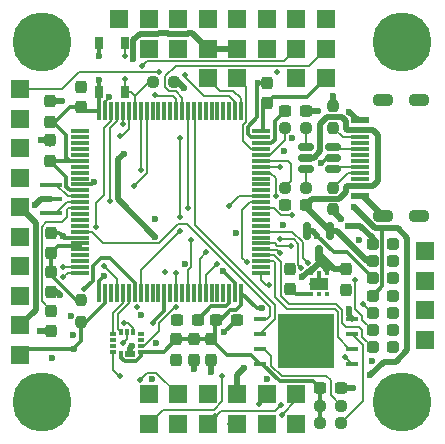
<source format=gbr>
%TF.GenerationSoftware,KiCad,Pcbnew,9.0.4*%
%TF.CreationDate,2025-11-28T22:46:10-05:00*%
%TF.ProjectId,STM32H743VIT6 FC,53544d33-3248-4373-9433-564954362046,rev?*%
%TF.SameCoordinates,Original*%
%TF.FileFunction,Copper,L1,Top*%
%TF.FilePolarity,Positive*%
%FSLAX46Y46*%
G04 Gerber Fmt 4.6, Leading zero omitted, Abs format (unit mm)*
G04 Created by KiCad (PCBNEW 9.0.4) date 2025-11-28 22:46:10*
%MOMM*%
%LPD*%
G01*
G04 APERTURE LIST*
G04 Aperture macros list*
%AMRoundRect*
0 Rectangle with rounded corners*
0 $1 Rounding radius*
0 $2 $3 $4 $5 $6 $7 $8 $9 X,Y pos of 4 corners*
0 Add a 4 corners polygon primitive as box body*
4,1,4,$2,$3,$4,$5,$6,$7,$8,$9,$2,$3,0*
0 Add four circle primitives for the rounded corners*
1,1,$1+$1,$2,$3*
1,1,$1+$1,$4,$5*
1,1,$1+$1,$6,$7*
1,1,$1+$1,$8,$9*
0 Add four rect primitives between the rounded corners*
20,1,$1+$1,$2,$3,$4,$5,0*
20,1,$1+$1,$4,$5,$6,$7,0*
20,1,$1+$1,$6,$7,$8,$9,0*
20,1,$1+$1,$8,$9,$2,$3,0*%
G04 Aperture macros list end*
%TA.AperFunction,SMDPad,CuDef*%
%ADD10RoundRect,0.250000X0.550000X-0.550000X0.550000X0.550000X-0.550000X0.550000X-0.550000X-0.550000X0*%
%TD*%
%TA.AperFunction,SMDPad,CuDef*%
%ADD11RoundRect,0.250000X-0.550000X0.550000X-0.550000X-0.550000X0.550000X-0.550000X0.550000X0.550000X0*%
%TD*%
%TA.AperFunction,SMDPad,CuDef*%
%ADD12RoundRect,0.250000X-0.550000X-0.550000X0.550000X-0.550000X0.550000X0.550000X-0.550000X0.550000X0*%
%TD*%
%TA.AperFunction,SMDPad,CuDef*%
%ADD13RoundRect,0.250000X0.550000X0.550000X-0.550000X0.550000X-0.550000X-0.550000X0.550000X-0.550000X0*%
%TD*%
%TA.AperFunction,SMDPad,CuDef*%
%ADD14RoundRect,0.237500X-0.250000X-0.237500X0.250000X-0.237500X0.250000X0.237500X-0.250000X0.237500X0*%
%TD*%
%TA.AperFunction,SMDPad,CuDef*%
%ADD15RoundRect,0.237500X-0.300000X-0.237500X0.300000X-0.237500X0.300000X0.237500X-0.300000X0.237500X0*%
%TD*%
%TA.AperFunction,ComponentPad*%
%ADD16C,4.700000*%
%TD*%
%TA.AperFunction,ConnectorPad*%
%ADD17C,5.000000*%
%TD*%
%TA.AperFunction,SMDPad,CuDef*%
%ADD18RoundRect,0.150000X0.512500X0.150000X-0.512500X0.150000X-0.512500X-0.150000X0.512500X-0.150000X0*%
%TD*%
%TA.AperFunction,SMDPad,CuDef*%
%ADD19RoundRect,0.237500X0.287500X0.237500X-0.287500X0.237500X-0.287500X-0.237500X0.287500X-0.237500X0*%
%TD*%
%TA.AperFunction,SMDPad,CuDef*%
%ADD20RoundRect,0.093750X0.106250X-0.093750X0.106250X0.093750X-0.106250X0.093750X-0.106250X-0.093750X0*%
%TD*%
%TA.AperFunction,HeatsinkPad*%
%ADD21C,0.500000*%
%TD*%
%TA.AperFunction,HeatsinkPad*%
%ADD22R,1.600000X1.000000*%
%TD*%
%TA.AperFunction,SMDPad,CuDef*%
%ADD23RoundRect,0.237500X0.237500X-0.300000X0.237500X0.300000X-0.237500X0.300000X-0.237500X-0.300000X0*%
%TD*%
%TA.AperFunction,SMDPad,CuDef*%
%ADD24RoundRect,0.237500X0.237500X-0.250000X0.237500X0.250000X-0.237500X0.250000X-0.237500X-0.250000X0*%
%TD*%
%TA.AperFunction,SMDPad,CuDef*%
%ADD25RoundRect,0.052500X0.417500X0.157500X-0.417500X0.157500X-0.417500X-0.157500X0.417500X-0.157500X0*%
%TD*%
%TA.AperFunction,SMDPad,CuDef*%
%ADD26R,4.700000X4.600000*%
%TD*%
%TA.AperFunction,SMDPad,CuDef*%
%ADD27R,1.550000X0.600000*%
%TD*%
%TA.AperFunction,SMDPad,CuDef*%
%ADD28R,1.550000X0.300000*%
%TD*%
%TA.AperFunction,ComponentPad*%
%ADD29O,1.800000X1.100000*%
%TD*%
%TA.AperFunction,SMDPad,CuDef*%
%ADD30RoundRect,0.237500X-0.237500X0.300000X-0.237500X-0.300000X0.237500X-0.300000X0.237500X0.300000X0*%
%TD*%
%TA.AperFunction,SMDPad,CuDef*%
%ADD31R,1.900000X0.400000*%
%TD*%
%TA.AperFunction,SMDPad,CuDef*%
%ADD32RoundRect,0.237500X0.300000X0.237500X-0.300000X0.237500X-0.300000X-0.237500X0.300000X-0.237500X0*%
%TD*%
%TA.AperFunction,SMDPad,CuDef*%
%ADD33RoundRect,0.087500X-0.207500X-0.087500X0.207500X-0.087500X0.207500X0.087500X-0.207500X0.087500X0*%
%TD*%
%TA.AperFunction,SMDPad,CuDef*%
%ADD34RoundRect,0.087500X-0.087500X-0.207500X0.087500X-0.207500X0.087500X0.207500X-0.087500X0.207500X0*%
%TD*%
%TA.AperFunction,SMDPad,CuDef*%
%ADD35R,0.650000X1.050000*%
%TD*%
%TA.AperFunction,SMDPad,CuDef*%
%ADD36RoundRect,0.237500X-0.237500X0.250000X-0.237500X-0.250000X0.237500X-0.250000X0.237500X0.250000X0*%
%TD*%
%TA.AperFunction,SMDPad,CuDef*%
%ADD37RoundRect,0.150000X-0.150000X0.587500X-0.150000X-0.587500X0.150000X-0.587500X0.150000X0.587500X0*%
%TD*%
%TA.AperFunction,SMDPad,CuDef*%
%ADD38RoundRect,0.075000X-0.725000X-0.075000X0.725000X-0.075000X0.725000X0.075000X-0.725000X0.075000X0*%
%TD*%
%TA.AperFunction,SMDPad,CuDef*%
%ADD39RoundRect,0.075000X-0.075000X-0.725000X0.075000X-0.725000X0.075000X0.725000X-0.075000X0.725000X0*%
%TD*%
%TA.AperFunction,ViaPad*%
%ADD40C,0.600000*%
%TD*%
%TA.AperFunction,ViaPad*%
%ADD41C,0.500000*%
%TD*%
%TA.AperFunction,Conductor*%
%ADD42C,0.500000*%
%TD*%
%TA.AperFunction,Conductor*%
%ADD43C,0.300000*%
%TD*%
%TA.AperFunction,Conductor*%
%ADD44C,0.200000*%
%TD*%
G04 APERTURE END LIST*
D10*
%TO.P,AVTX_J2,1,Pin_1*%
%TO.N,BEEPER*%
X148620000Y-109020000D03*
%TO.P,AVTX_J2,2,Pin_2*%
%TO.N,CAM*%
X148620000Y-111520000D03*
%TO.P,AVTX_J2,3,Pin_3*%
%TO.N,UART4_TX*%
X148620000Y-114020000D03*
%TO.P,AVTX_J2,4,Pin_4*%
%TO.N,UART4_RX*%
X148620000Y-116520000D03*
%TO.P,AVTX_J2,5,Pin_5*%
%TO.N,5V_REG*%
X148620000Y-119020000D03*
%TO.P,AVTX_J2,6,Pin_6*%
%TO.N,GND*%
X148620000Y-121520000D03*
%TD*%
D11*
%TO.P,OTHER_J2,1,Pin_1*%
%TO.N,3.3V*%
X148620000Y-131520000D03*
%TO.P,OTHER_J2,2,Pin_2*%
%TO.N,5V_REG*%
X148620000Y-129020000D03*
%TO.P,OTHER_J2,3,Pin_3*%
%TO.N,LED_STRIP*%
X148620000Y-126520000D03*
%TO.P,OTHER_J2,4,Pin_4*%
%TO.N,GND*%
X148620000Y-124020000D03*
%TD*%
D12*
%TO.P,GPS_J2,1,Pin_1*%
%TO.N,I2C1_SDA*%
X172000000Y-134876800D03*
%TO.P,GPS_J2,2,Pin_2*%
%TO.N,I2C1_SCL*%
X169500000Y-134876800D03*
%TO.P,GPS_J2,3,Pin_3*%
%TO.N,5V*%
X167000000Y-134876800D03*
%TO.P,GPS_J2,4,Pin_4*%
%TO.N,GND*%
X164500000Y-134876800D03*
%TO.P,GPS_J2,5,Pin_5*%
%TO.N,UART8_TX*%
X162000000Y-134876800D03*
%TO.P,GPS_J2,6,Pin_6*%
%TO.N,UART8_RX*%
X159500000Y-134876800D03*
%TD*%
%TO.P,VTX_J2,1,Pin_1*%
%TO.N,9V_REG*%
X172000000Y-137380000D03*
%TO.P,VTX_J2,2,Pin_2*%
%TO.N,GND*%
X169500000Y-137380000D03*
%TO.P,VTX_J2,3,Pin_3*%
%TO.N,UART3_TX*%
X167000000Y-137380000D03*
%TO.P,VTX_J2,4,Pin_4*%
%TO.N,UART3_RX*%
X164500000Y-137380000D03*
%TO.P,VTX_J2,5,Pin_5*%
%TO.N,GND*%
X162000000Y-137380000D03*
%TO.P,VTX_J2,6,Pin_6*%
%TO.N,UART5_RX*%
X159500000Y-137380000D03*
%TD*%
D11*
%TO.P,RX_J2,1,Pin_1*%
%TO.N,UART1_TX*%
X182880000Y-130270000D03*
%TO.P,RX_J2,2,Pin_2*%
%TO.N,UART1_RX*%
X182880000Y-127770000D03*
%TO.P,RX_J2,3,Pin_3*%
%TO.N,5V*%
X182880000Y-125270000D03*
%TO.P,RX_J2,4,Pin_4*%
%TO.N,GND*%
X182880000Y-122770000D03*
%TD*%
D13*
%TO.P,DEBUG_J2,1,Pin_1*%
%TO.N,SWCLK*%
X164508800Y-108102400D03*
%TO.P,DEBUG_J2,2,Pin_2*%
%TO.N,SWDIO*%
X167008800Y-108102400D03*
%TO.P,DEBUG_J2,3,Pin_3*%
%TO.N,GND*%
X172008800Y-108102400D03*
%TO.P,DEBUG_J2,4,Pin_4*%
%TO.N,3.3V*%
X174508800Y-108102400D03*
%TD*%
%TO.P,CAM_J2,1,Pin_1*%
%TO.N,CAM*%
X159500000Y-105620000D03*
%TO.P,CAM_J2,2,Pin_2*%
%TO.N,GND*%
X162000000Y-105620000D03*
%TO.P,CAM_J2,3,Pin_3*%
%TO.N,5V_REG*%
X164500000Y-105620000D03*
%TD*%
D12*
%TO.P,UART2_J2,3,Pin_3*%
%TO.N,5V_REG*%
X167000000Y-105620000D03*
%TO.P,UART2_J2,1,Pin_1*%
%TO.N,UART2_TX*%
X174500000Y-105620000D03*
%TO.P,UART2_J2,2,Pin_2*%
%TO.N,UART2_RX*%
X172000000Y-105620000D03*
%TO.P,UART2_J2,4,Pin_4*%
%TO.N,GND*%
X169500000Y-105620000D03*
%TD*%
D14*
%TO.P,MCU_R1,1*%
%TO.N,BOOT0*%
X159844100Y-108407200D03*
%TO.P,MCU_R1,2*%
%TO.N,GND*%
X161669100Y-108407200D03*
%TD*%
D15*
%TO.P,FLASH_C1,1*%
%TO.N,3.3V*%
X174041900Y-134366000D03*
%TO.P,FLASH_C1,2*%
%TO.N,GND*%
X175766900Y-134366000D03*
%TD*%
D14*
%TO.P,USB_R3,1*%
%TO.N,USB_D+*%
X171030000Y-112315400D03*
%TO.P,USB_R3,2*%
%TO.N,Net-(U2-I{slash}O2-Pad4)*%
X172855000Y-112315400D03*
%TD*%
D16*
%TO.P,H1,*%
%TO.N,*%
X150500000Y-105000000D03*
D17*
X150500000Y-105000000D03*
%TD*%
D18*
%TO.P,U2,1,I/O1*%
%TO.N,/DN*%
X175130000Y-115800000D03*
%TO.P,U2,2,GND*%
%TO.N,GND*%
X175130000Y-114850000D03*
%TO.P,U2,3,I/O2*%
%TO.N,/DP*%
X175130000Y-113900000D03*
%TO.P,U2,4,I/O2*%
%TO.N,Net-(U2-I{slash}O2-Pad4)*%
X172855000Y-113900000D03*
%TO.P,U2,5,VBUS*%
%TO.N,5V_USB*%
X172855000Y-114850000D03*
%TO.P,U2,6,I/O1*%
%TO.N,Net-(U2-I{slash}O1-Pad6)*%
X172855000Y-115800000D03*
%TD*%
D19*
%TO.P,5V_D1,1,K*%
%TO.N,Net-(5V_D1-K)*%
X180214200Y-125045200D03*
%TO.P,5V_D1,2,A*%
%TO.N,5V_REG*%
X178464200Y-125045200D03*
%TD*%
%TO.P,3V3_D1,1,K*%
%TO.N,Net-(3V3_D1-K)*%
X180214200Y-122125200D03*
%TO.P,3V3_D1,2,A*%
%TO.N,3.3V*%
X178464200Y-122125200D03*
%TD*%
D15*
%TO.P,USB_C1,1*%
%TO.N,GND*%
X171080000Y-118820000D03*
%TO.P,USB_C1,2*%
%TO.N,5V_USB*%
X172805000Y-118820000D03*
%TD*%
D20*
%TO.P,U_3V1,1,OUT*%
%TO.N,3.3V*%
X173274200Y-126412800D03*
%TO.P,U_3V1,2,NC*%
%TO.N,unconnected-(U_3V1-NC-Pad2)*%
X173924200Y-126412800D03*
%TO.P,U_3V1,3,PG*%
%TO.N,unconnected-(U_3V1-PG-Pad3)*%
X174574200Y-126412800D03*
%TO.P,U_3V1,4,EN*%
%TO.N,5V*%
X174574200Y-124637800D03*
%TO.P,U_3V1,5,GND*%
%TO.N,GND*%
X173924200Y-124637800D03*
%TO.P,U_3V1,6,IN*%
%TO.N,5V*%
X173274200Y-124637800D03*
D21*
%TO.P,U_3V1,7,EP*%
%TO.N,GND*%
X173374200Y-125525300D03*
D22*
X173924200Y-125525300D03*
D21*
X174474200Y-125525300D03*
%TD*%
D23*
%TO.P,MCU_C3,1*%
%TO.N,3.3V*%
X153820000Y-110560000D03*
%TO.P,MCU_C3,2*%
%TO.N,GND*%
X153820000Y-108835000D03*
%TD*%
D19*
%TO.P,MCU_D1,1,K*%
%TO.N,Net-(MCU_D1-K)*%
X180214200Y-130885200D03*
%TO.P,MCU_D1,2,A*%
%TO.N,LED0*%
X178464200Y-130885200D03*
%TD*%
%TO.P,MCU_D3,1,K*%
%TO.N,Net-(MCU_D3-K)*%
X180214200Y-127965200D03*
%TO.P,MCU_D3,2,A*%
%TO.N,LED2*%
X178464200Y-127965200D03*
%TD*%
%TO.P,9V_D1,1,K*%
%TO.N,Net-(9V_D1-K)*%
X180214200Y-126505200D03*
%TO.P,9V_D1,2,A*%
%TO.N,9V_REG*%
X178464200Y-126505200D03*
%TD*%
D24*
%TO.P,USB_R1,1*%
%TO.N,GND*%
X175130000Y-119197900D03*
%TO.P,USB_R1,2*%
%TO.N,Net-(J1-CC1)*%
X175130000Y-117372900D03*
%TD*%
D16*
%TO.P,H3,*%
%TO.N,*%
X150500000Y-135500000D03*
D17*
%TO.P,H3,1*%
%TO.N,N/C*%
X150500000Y-135500000D03*
%TD*%
D15*
%TO.P,MCU_C14,1*%
%TO.N,Net-(MCU_C14-Pad1)*%
X171080000Y-110850000D03*
%TO.P,MCU_C14,2*%
%TO.N,GND*%
X172805000Y-110850000D03*
%TD*%
D23*
%TO.P,MCU_C6,1*%
%TO.N,3.3V*%
X151173630Y-115098630D03*
%TO.P,MCU_C6,2*%
%TO.N,GND*%
X151173630Y-113373630D03*
%TD*%
D25*
%TO.P,U_FLASH1,1,/CS*%
%TO.N,SPI2_NSS*%
X176750800Y-132283200D03*
%TO.P,U_FLASH1,2,DO(IO1)*%
%TO.N,SPI2_MISO*%
X176750800Y-131013200D03*
%TO.P,U_FLASH1,3,/WP(IO2)*%
%TO.N,Net-(U_FLASH1-{slash}WP(IO2))*%
X176750800Y-129743200D03*
%TO.P,U_FLASH1,4,GND*%
%TO.N,GND*%
X176750800Y-128473200D03*
%TO.P,U_FLASH1,5,DI(IO0)*%
%TO.N,SPI2_MOSI*%
X168960800Y-128473200D03*
%TO.P,U_FLASH1,6,CLK*%
%TO.N,SPI2_SCK*%
X168960800Y-129743200D03*
%TO.P,U_FLASH1,7,/HOLD(IO3)*%
%TO.N,Net-(U_FLASH1-{slash}HOLD(IO3))*%
X168960800Y-131013200D03*
%TO.P,U_FLASH1,8,VCC*%
%TO.N,3.3V*%
X168960800Y-132283200D03*
D26*
%TO.P,U_FLASH1,9*%
%TO.N,GND*%
X172855800Y-130378200D03*
%TD*%
D27*
%TO.P,J1,A1/B12,GND_A*%
%TO.N,GND*%
X177397000Y-118058800D03*
%TO.P,J1,A4/B9,VBUS_A*%
%TO.N,5V_USB*%
X177397000Y-117258800D03*
D28*
%TO.P,J1,A5,CC1*%
%TO.N,Net-(J1-CC1)*%
X177397000Y-116108800D03*
%TO.P,J1,A6,DP1*%
%TO.N,unconnected-(J1-DP1-PadA6)*%
X177397000Y-115108800D03*
%TO.P,J1,A7,DN1*%
%TO.N,unconnected-(J1-DN1-PadA7)*%
X177397000Y-114608800D03*
%TO.P,J1,A8,SBU1*%
%TO.N,unconnected-(J1-SBU1-PadA8)*%
X177397000Y-113608800D03*
D27*
%TO.P,J1,B1/A12,GND_B*%
%TO.N,GND*%
X177397000Y-111658800D03*
%TO.P,J1,B4/A9,VBUS_B*%
%TO.N,5V_USB*%
X177397000Y-112458800D03*
D28*
%TO.P,J1,B5,CC2*%
%TO.N,Net-(J1-CC2)*%
X177397000Y-113108800D03*
%TO.P,J1,B6,DP2*%
%TO.N,/DP*%
X177397000Y-114108800D03*
%TO.P,J1,B7,DN2*%
%TO.N,/DN*%
X177397000Y-115608800D03*
%TO.P,J1,B8,SBU2*%
%TO.N,unconnected-(J1-SBU2-PadB8)*%
X177397000Y-116608800D03*
D29*
%TO.P,J1,SH1,SHELL_GND*%
%TO.N,GND*%
X182372000Y-119753800D03*
%TO.P,J1,SH2,SHELL_GND*%
X182372000Y-109963800D03*
%TO.P,J1,SH3,SHELL_GND*%
X179372000Y-119753800D03*
%TO.P,J1,SH4,SHELL_GND*%
X179372000Y-109963800D03*
%TD*%
D30*
%TO.P,IMU_C1,1*%
%TO.N,3.3V*%
X163310955Y-130222902D03*
%TO.P,IMU_C1,2*%
%TO.N,GND*%
X163310955Y-131947902D03*
%TD*%
%TO.P,MCU_C11,1*%
%TO.N,Net-(U_STM32-NRST)*%
X151240000Y-127780000D03*
%TO.P,MCU_C11,2*%
%TO.N,GND*%
X151240000Y-129505000D03*
%TD*%
D16*
%TO.P,,*%
%TO.N,*%
X181000000Y-135500000D03*
%TD*%
D31*
%TO.P,Y_MCU1,1*%
%TO.N,Net-(U_STM32-PH0)*%
X151240000Y-117160000D03*
%TO.P,Y_MCU1,2*%
%TO.N,GND*%
X151240000Y-118360000D03*
%TO.P,Y_MCU1,3*%
%TO.N,Net-(U_STM32-PH1)*%
X151240000Y-119560000D03*
%TD*%
D32*
%TO.P,MCU_C13,1*%
%TO.N,Net-(MCU_C13-Pad1)*%
X163650600Y-128540000D03*
%TO.P,MCU_C13,2*%
%TO.N,GND*%
X161925600Y-128540000D03*
%TD*%
D19*
%TO.P,USB_D1,1,K*%
%TO.N,Net-(USB_D1-K)*%
X180214200Y-123585200D03*
%TO.P,USB_D1,2,A*%
%TO.N,5V_USB*%
X178464200Y-123585200D03*
%TD*%
D15*
%TO.P,MCU_C5,1*%
%TO.N,3.3V*%
X165228100Y-128540000D03*
%TO.P,MCU_C5,2*%
%TO.N,GND*%
X166953100Y-128540000D03*
%TD*%
D23*
%TO.P,MCU_C1,1*%
%TO.N,3.3V*%
X151173630Y-111786130D03*
%TO.P,MCU_C1,2*%
%TO.N,GND*%
X151173630Y-110061130D03*
%TD*%
D16*
%TO.P,H2,*%
%TO.N,*%
X181000000Y-105000000D03*
D17*
%TO.P,H2,1*%
%TO.N,N/C*%
X181000000Y-105000000D03*
%TD*%
D30*
%TO.P,IMU_C3,1*%
%TO.N,3.3V*%
X161837755Y-130222902D03*
%TO.P,IMU_C3,2*%
%TO.N,GND*%
X161837755Y-131947902D03*
%TD*%
D33*
%TO.P,U_IMU1,1,AP_SDO/AP_AD0*%
%TO.N,GYRO_MISO*%
X156527500Y-129755200D03*
%TO.P,U_IMU1,2,RESV_2*%
%TO.N,unconnected-(U_IMU1-RESV_2-Pad2)*%
X156527500Y-130255200D03*
%TO.P,U_IMU1,3,RESV_3*%
%TO.N,unconnected-(U_IMU1-RESV_3-Pad3)*%
X156527500Y-130755200D03*
%TO.P,U_IMU1,4,INT1/INT*%
%TO.N,GYRO_INT1*%
X156527500Y-131255200D03*
D34*
%TO.P,U_IMU1,5,VDDIO*%
%TO.N,3.3V*%
X157192500Y-131420200D03*
%TO.P,U_IMU1,6,GND*%
%TO.N,GND*%
X157692500Y-131420200D03*
%TO.P,U_IMU1,7,RESV_7*%
X158192500Y-131420200D03*
D33*
%TO.P,U_IMU1,8,VDD*%
%TO.N,3.3V*%
X158857500Y-131255200D03*
%TO.P,U_IMU1,9,INT2/FSYNC/CLKIN*%
%TO.N,GYRO_CLKIN*%
X158857500Y-130755200D03*
%TO.P,U_IMU1,10,RESV_10*%
%TO.N,unconnected-(U_IMU1-RESV_10-Pad10)*%
X158857500Y-130255200D03*
%TO.P,U_IMU1,11,RESV_11*%
%TO.N,unconnected-(U_IMU1-RESV_11-Pad11)*%
X158857500Y-129755200D03*
D34*
%TO.P,U_IMU1,12,AP_CS*%
%TO.N,GYRO_CS*%
X158192500Y-129590200D03*
%TO.P,U_IMU1,13,AP_SCL/AP_SCLK*%
%TO.N,GYRO_SCK*%
X157692500Y-129590200D03*
%TO.P,U_IMU1,14,AP_SDA/AP_SDIO/AP_SDI*%
%TO.N,GYRO_MOSI*%
X157192500Y-129590200D03*
%TD*%
D23*
%TO.P,3V3_C2,1*%
%TO.N,3.3V*%
X171450000Y-125962500D03*
%TO.P,3V3_C2,2*%
%TO.N,GND*%
X171450000Y-124237500D03*
%TD*%
D24*
%TO.P,USB_R2,1*%
%TO.N,Net-(J1-CC2)*%
X175130000Y-112307900D03*
%TO.P,USB_R2,2*%
%TO.N,GND*%
X175130000Y-110482900D03*
%TD*%
D16*
%TO.P,H4,*%
%TO.N,*%
X181000000Y-135500000D03*
D17*
%TO.P,H4,1*%
%TO.N,N/C*%
X181000000Y-135500000D03*
%TD*%
D30*
%TO.P,IMU_C2,1*%
%TO.N,3.3V*%
X164784155Y-130222902D03*
%TO.P,IMU_C2,2*%
%TO.N,GND*%
X164784155Y-131947902D03*
%TD*%
D23*
%TO.P,MCU_C9,1*%
%TO.N,3.3VA*%
X151240000Y-122912500D03*
%TO.P,MCU_C9,2*%
%TO.N,GND*%
X151240000Y-121187500D03*
%TD*%
D35*
%TO.P,SW2,1,1*%
%TO.N,BOOT0*%
X157480000Y-105150000D03*
X157480000Y-109300000D03*
%TO.P,SW2,2,2*%
%TO.N,3.3V*%
X155330000Y-105150000D03*
X155330000Y-109300000D03*
%TD*%
D14*
%TO.P,FLASH_R1,1*%
%TO.N,3.3V*%
X173991900Y-135824800D03*
%TO.P,FLASH_R1,2*%
%TO.N,Net-(U_FLASH1-{slash}HOLD(IO3))*%
X175816900Y-135824800D03*
%TD*%
D23*
%TO.P,3v3_C1,1*%
%TO.N,GND*%
X176199800Y-126008300D03*
%TO.P,3v3_C1,2*%
%TO.N,5V*%
X176199800Y-124283300D03*
%TD*%
D36*
%TO.P,FB1,1*%
%TO.N,3.3VA*%
X153800000Y-126887500D03*
%TO.P,FB1,2*%
%TO.N,3.3V*%
X153800000Y-128712500D03*
%TD*%
D14*
%TO.P,USB_R4,1*%
%TO.N,USB_D-*%
X171030000Y-117365400D03*
%TO.P,USB_R4,2*%
%TO.N,Net-(U2-I{slash}O1-Pad6)*%
X172855000Y-117365400D03*
%TD*%
%TO.P,FLASH_R2,1*%
%TO.N,3.3V*%
X173991900Y-137287000D03*
%TO.P,FLASH_R2,2*%
%TO.N,Net-(U_FLASH1-{slash}WP(IO2))*%
X175816900Y-137287000D03*
%TD*%
D19*
%TO.P,MCU_D2,1,K*%
%TO.N,Net-(MCU_D2-K)*%
X180214200Y-129425200D03*
%TO.P,MCU_D2,2,A*%
%TO.N,LED1*%
X178464200Y-129425200D03*
%TD*%
D23*
%TO.P,MCU_C4,1*%
%TO.N,3.3V*%
X169494200Y-110209500D03*
%TO.P,MCU_C4,2*%
%TO.N,GND*%
X169494200Y-108484500D03*
%TD*%
D37*
%TO.P,D0,1*%
%TO.N,5V_USB*%
X174855000Y-121081800D03*
%TO.P,D0,2*%
%TO.N,5V_REG*%
X172955000Y-121081800D03*
%TO.P,D0,3*%
%TO.N,5V*%
X173905000Y-122956800D03*
%TD*%
D38*
%TO.P,U_STM32,1,PE2*%
%TO.N,unconnected-(U_STM32-PE2-Pad1)*%
X153660000Y-112600000D03*
%TO.P,U_STM32,2,PE3*%
%TO.N,unconnected-(U_STM32-PE3-Pad2)*%
X153660000Y-113100000D03*
%TO.P,U_STM32,3,PE4*%
%TO.N,unconnected-(U_STM32-PE4-Pad3)*%
X153660000Y-113600000D03*
%TO.P,U_STM32,4,PE5*%
%TO.N,unconnected-(U_STM32-PE5-Pad4)*%
X153660000Y-114100000D03*
%TO.P,U_STM32,5,PE6*%
%TO.N,unconnected-(U_STM32-PE6-Pad5)*%
X153660000Y-114600000D03*
%TO.P,U_STM32,6,VBAT*%
%TO.N,3.3V*%
X153660000Y-115100000D03*
%TO.P,U_STM32,7,PC13*%
%TO.N,unconnected-(U_STM32-PC13-Pad7)*%
X153660000Y-115600000D03*
%TO.P,U_STM32,8,PC14*%
%TO.N,unconnected-(U_STM32-PC14-Pad8)*%
X153660000Y-116100000D03*
%TO.P,U_STM32,9,PC15*%
%TO.N,unconnected-(U_STM32-PC15-Pad9)*%
X153660000Y-116600000D03*
%TO.P,U_STM32,10,VSS*%
%TO.N,GND*%
X153660000Y-117100000D03*
%TO.P,U_STM32,11,VDD*%
%TO.N,3.3V*%
X153660000Y-117600000D03*
%TO.P,U_STM32,12,PH0*%
%TO.N,Net-(U_STM32-PH0)*%
X153660000Y-118100000D03*
%TO.P,U_STM32,13,PH1*%
%TO.N,Net-(U_STM32-PH1)*%
X153660000Y-118600000D03*
%TO.P,U_STM32,14,NRST*%
%TO.N,Net-(U_STM32-NRST)*%
X153660000Y-119100000D03*
%TO.P,U_STM32,15,PC0*%
%TO.N,unconnected-(U_STM32-PC0-Pad15)*%
X153660000Y-119600000D03*
%TO.P,U_STM32,16,PC1*%
%TO.N,unconnected-(U_STM32-PC1-Pad16)*%
X153660000Y-120100000D03*
%TO.P,U_STM32,17,PC2_C*%
%TO.N,unconnected-(U_STM32-PC2_C-Pad17)*%
X153660000Y-120600000D03*
%TO.P,U_STM32,18,PC3_C*%
%TO.N,SPI2_MOSI*%
X153660000Y-121100000D03*
%TO.P,U_STM32,19,VSSA*%
%TO.N,GND*%
X153660000Y-121600000D03*
%TO.P,U_STM32,20,VREF+*%
%TO.N,3.3VA*%
X153660000Y-122100000D03*
%TO.P,U_STM32,21,VDDA*%
X153660000Y-122600000D03*
%TO.P,U_STM32,22,PA0*%
%TO.N,unconnected-(U_STM32-PA0-Pad22)*%
X153660000Y-123100000D03*
%TO.P,U_STM32,23,PA1*%
%TO.N,unconnected-(U_STM32-PA1-Pad23)*%
X153660000Y-123600000D03*
%TO.P,U_STM32,24,PA2*%
%TO.N,LED_STRIP*%
X153660000Y-124100000D03*
%TO.P,U_STM32,25,PA3*%
%TO.N,GYRO_CS*%
X153660000Y-124600000D03*
D39*
%TO.P,U_STM32,26,VSS*%
%TO.N,GND*%
X155335000Y-126275000D03*
%TO.P,U_STM32,27,VDD*%
%TO.N,3.3V*%
X155835000Y-126275000D03*
%TO.P,U_STM32,28,PA4*%
%TO.N,unconnected-(U_STM32-PA4-Pad28)*%
X156335000Y-126275000D03*
%TO.P,U_STM32,29,PA5*%
%TO.N,GYRO_SCK*%
X156835000Y-126275000D03*
%TO.P,U_STM32,30,PA6*%
%TO.N,GYRO_MISO*%
X157335000Y-126275000D03*
%TO.P,U_STM32,31,PA7*%
%TO.N,GYRO_MOSI*%
X157835000Y-126275000D03*
%TO.P,U_STM32,32,PC4*%
%TO.N,ADC_VBAT*%
X158335000Y-126275000D03*
%TO.P,U_STM32,33,PC5*%
%TO.N,ADC_CURR*%
X158835000Y-126275000D03*
%TO.P,U_STM32,34,PB0*%
%TO.N,unconnected-(U_STM32-PB0-Pad34)*%
X159335000Y-126275000D03*
%TO.P,U_STM32,35,PB1*%
%TO.N,unconnected-(U_STM32-PB1-Pad35)*%
X159835000Y-126275000D03*
%TO.P,U_STM32,36,PB2*%
%TO.N,unconnected-(U_STM32-PB2-Pad36)*%
X160335000Y-126275000D03*
%TO.P,U_STM32,37,PE7*%
%TO.N,UART7_RX*%
X160835000Y-126275000D03*
%TO.P,U_STM32,38,PE8*%
%TO.N,unconnected-(U_STM32-PE8-Pad38)*%
X161335000Y-126275000D03*
%TO.P,U_STM32,39,PE9*%
%TO.N,MOTOR1*%
X161835000Y-126275000D03*
%TO.P,U_STM32,40,PE10*%
%TO.N,unconnected-(U_STM32-PE10-Pad40)*%
X162335000Y-126275000D03*
%TO.P,U_STM32,41,PE11*%
%TO.N,MOTOR2*%
X162835000Y-126275000D03*
%TO.P,U_STM32,42,PE12*%
%TO.N,unconnected-(U_STM32-PE12-Pad42)*%
X163335000Y-126275000D03*
%TO.P,U_STM32,43,PE13*%
%TO.N,MOTOR3*%
X163835000Y-126275000D03*
%TO.P,U_STM32,44,PE14*%
%TO.N,MOTOR4*%
X164335000Y-126275000D03*
%TO.P,U_STM32,45,PE15*%
%TO.N,unconnected-(U_STM32-PE15-Pad45)*%
X164835000Y-126275000D03*
%TO.P,U_STM32,46,PB10*%
%TO.N,unconnected-(U_STM32-PB10-Pad46)*%
X165335000Y-126275000D03*
%TO.P,U_STM32,47,PB11*%
%TO.N,unconnected-(U_STM32-PB11-Pad47)*%
X165835000Y-126275000D03*
%TO.P,U_STM32,48,VCAP*%
%TO.N,Net-(MCU_C13-Pad1)*%
X166335000Y-126275000D03*
%TO.P,U_STM32,49,VSS*%
%TO.N,GND*%
X166835000Y-126275000D03*
%TO.P,U_STM32,50,VDD*%
%TO.N,3.3V*%
X167335000Y-126275000D03*
D38*
%TO.P,U_STM32,51,PB12*%
%TO.N,UART5_RX*%
X169010000Y-124600000D03*
%TO.P,U_STM32,52,PB13*%
%TO.N,unconnected-(U_STM32-PB13-Pad52)*%
X169010000Y-124100000D03*
%TO.P,U_STM32,53,PB14*%
%TO.N,SPI2_MISO*%
X169010000Y-123600000D03*
%TO.P,U_STM32,54,PB15*%
%TO.N,LED0*%
X169010000Y-123100000D03*
%TO.P,U_STM32,55,PD8*%
%TO.N,UART3_TX*%
X169010000Y-122600000D03*
%TO.P,U_STM32,56,PD9*%
%TO.N,UART3_RX*%
X169010000Y-122100000D03*
%TO.P,U_STM32,57,PD10*%
%TO.N,unconnected-(U_STM32-PD10-Pad57)*%
X169010000Y-121600000D03*
%TO.P,U_STM32,58,PD11*%
%TO.N,LED1*%
X169010000Y-121100000D03*
%TO.P,U_STM32,59,PD12*%
%TO.N,unconnected-(U_STM32-PD12-Pad59)*%
X169010000Y-120600000D03*
%TO.P,U_STM32,60,PD13*%
%TO.N,unconnected-(U_STM32-PD13-Pad60)*%
X169010000Y-120100000D03*
%TO.P,U_STM32,61,PD14*%
%TO.N,unconnected-(U_STM32-PD14-Pad61)*%
X169010000Y-119600000D03*
%TO.P,U_STM32,62,PD15*%
%TO.N,LED2*%
X169010000Y-119100000D03*
%TO.P,U_STM32,63,PC6*%
%TO.N,GYRO_INT1*%
X169010000Y-118600000D03*
%TO.P,U_STM32,64,PC7*%
%TO.N,GYRO_CLKIN*%
X169010000Y-118100000D03*
%TO.P,U_STM32,65,PC8*%
%TO.N,unconnected-(U_STM32-PC8-Pad65)*%
X169010000Y-117600000D03*
%TO.P,U_STM32,66,PC9*%
%TO.N,unconnected-(U_STM32-PC9-Pad66)*%
X169010000Y-117100000D03*
%TO.P,U_STM32,67,PA8*%
%TO.N,unconnected-(U_STM32-PA8-Pad67)*%
X169010000Y-116600000D03*
%TO.P,U_STM32,68,PA9*%
%TO.N,UART1_TX*%
X169010000Y-116100000D03*
%TO.P,U_STM32,69,PA10*%
%TO.N,UART1_RX*%
X169010000Y-115600000D03*
%TO.P,U_STM32,70,PA11*%
%TO.N,USB_D-*%
X169010000Y-115100000D03*
%TO.P,U_STM32,71,PA12*%
%TO.N,USB_D+*%
X169010000Y-114600000D03*
%TO.P,U_STM32,72,PA13*%
%TO.N,SWDIO*%
X169010000Y-114100000D03*
%TO.P,U_STM32,73,VCAP*%
%TO.N,Net-(MCU_C14-Pad1)*%
X169010000Y-113600000D03*
%TO.P,U_STM32,74,VSS*%
%TO.N,GND*%
X169010000Y-113100000D03*
%TO.P,U_STM32,75,VDD*%
%TO.N,3.3V*%
X169010000Y-112600000D03*
D39*
%TO.P,U_STM32,76,PA14*%
%TO.N,SWCLK*%
X167335000Y-110925000D03*
%TO.P,U_STM32,77,PA15*%
%TO.N,BEEPER*%
X166835000Y-110925000D03*
%TO.P,U_STM32,78,PC10*%
%TO.N,unconnected-(U_STM32-PC10-Pad78)*%
X166335000Y-110925000D03*
%TO.P,U_STM32,79,PC11*%
%TO.N,unconnected-(U_STM32-PC11-Pad79)*%
X165835000Y-110925000D03*
%TO.P,U_STM32,80,PC12*%
%TO.N,unconnected-(U_STM32-PC12-Pad80)*%
X165335000Y-110925000D03*
%TO.P,U_STM32,81,PD0*%
%TO.N,unconnected-(U_STM32-PD0-Pad81)*%
X164835000Y-110925000D03*
%TO.P,U_STM32,82,PD1*%
%TO.N,unconnected-(U_STM32-PD1-Pad82)*%
X164335000Y-110925000D03*
%TO.P,U_STM32,83,PD2*%
%TO.N,unconnected-(U_STM32-PD2-Pad83)*%
X163835000Y-110925000D03*
%TO.P,U_STM32,84,PD3*%
%TO.N,SPI2_SCK*%
X163335000Y-110925000D03*
%TO.P,U_STM32,85,PD4*%
%TO.N,SPI2_NSS*%
X162835000Y-110925000D03*
%TO.P,U_STM32,86,PD5*%
%TO.N,UART2_TX*%
X162335000Y-110925000D03*
%TO.P,U_STM32,87,PD6*%
%TO.N,UART2_RX*%
X161835000Y-110925000D03*
%TO.P,U_STM32,88,PD7*%
%TO.N,unconnected-(U_STM32-PD7-Pad88)*%
X161335000Y-110925000D03*
%TO.P,U_STM32,89,PB3*%
%TO.N,unconnected-(U_STM32-PB3-Pad89)*%
X160835000Y-110925000D03*
%TO.P,U_STM32,90,PB4*%
%TO.N,unconnected-(U_STM32-PB4-Pad90)*%
X160335000Y-110925000D03*
%TO.P,U_STM32,91,PB5*%
%TO.N,unconnected-(U_STM32-PB5-Pad91)*%
X159835000Y-110925000D03*
%TO.P,U_STM32,92,PB6*%
%TO.N,I2C1_SCL*%
X159335000Y-110925000D03*
%TO.P,U_STM32,93,PB7*%
%TO.N,I2C1_SDA*%
X158835000Y-110925000D03*
%TO.P,U_STM32,94,BOOT0*%
%TO.N,BOOT0*%
X158335000Y-110925000D03*
%TO.P,U_STM32,95,PB8*%
%TO.N,UART4_RX*%
X157835000Y-110925000D03*
%TO.P,U_STM32,96,PB9*%
%TO.N,UART4_TX*%
X157335000Y-110925000D03*
%TO.P,U_STM32,97,PE0*%
%TO.N,UART8_RX*%
X156835000Y-110925000D03*
%TO.P,U_STM32,98,PE1*%
%TO.N,UART8_TX*%
X156335000Y-110925000D03*
%TO.P,U_STM32,99,VSS*%
%TO.N,GND*%
X155835000Y-110925000D03*
%TO.P,U_STM32,100,VDD*%
%TO.N,3.3V*%
X155335000Y-110925000D03*
%TD*%
D30*
%TO.P,MCU_C10,1*%
%TO.N,3.3VA*%
X151240000Y-124480000D03*
%TO.P,MCU_C10,2*%
%TO.N,GND*%
X151240000Y-126205000D03*
%TD*%
D13*
%TO.P,ESC_J2,1,Pin_1*%
%TO.N,GND*%
X157000000Y-103124000D03*
%TO.P,ESC_J2,2,Pin_2*%
%TO.N,BAT*%
X159500000Y-103124000D03*
%TO.P,ESC_J2,3,Pin_3*%
%TO.N,MOTOR1*%
X162000000Y-103124000D03*
%TO.P,ESC_J2,4,Pin_4*%
%TO.N,MOTOR2*%
X164500000Y-103124000D03*
%TO.P,ESC_J2,5,Pin_5*%
%TO.N,MOTOR3*%
X167000000Y-103124000D03*
%TO.P,ESC_J2,6,Pin_6*%
%TO.N,MOTOR4*%
X169500000Y-103124000D03*
%TO.P,ESC_J2,7,Pin_7*%
%TO.N,ADC_CURR*%
X172000000Y-103124000D03*
%TO.P,ESC_J2,8,Pin_8*%
%TO.N,UART7_RX*%
X174500000Y-103124000D03*
%TD*%
D40*
%TO.N,GND*%
X150400000Y-113300000D03*
D41*
%TO.N,UART3_TX*%
X170599199Y-122867419D03*
X166369998Y-137380000D03*
%TO.N,UART5_RX*%
X165750000Y-133300000D03*
X159500000Y-137380000D03*
X169710000Y-125650000D03*
%TO.N,UART3_RX*%
X171589109Y-122270891D03*
X170730000Y-135750421D03*
X165119111Y-136740498D03*
%TO.N,GYRO_CLKIN*%
X161783500Y-127485000D03*
X166319200Y-118922800D03*
%TO.N,GYRO_INT1*%
X157059998Y-133282000D03*
X167800000Y-123661795D03*
%TO.N,GYRO_CS*%
X152286000Y-124970000D03*
X157460000Y-128810000D03*
%TO.N,GYRO_SCK*%
X155751000Y-124020000D03*
X157363687Y-130488928D03*
%TO.N,SPI2_NSS*%
X162830000Y-119065800D03*
X176150000Y-131680000D03*
X170636566Y-121750000D03*
X172385897Y-124145016D03*
%TO.N,Net-(USB_D1-K)*%
X180214200Y-123585200D03*
%TO.N,UART2_TX*%
X174500000Y-105620000D03*
%TO.N,UART2_RX*%
X158963053Y-107100000D03*
X160040000Y-109530000D03*
X172000000Y-105620000D03*
%TO.N,UART1_RX*%
X170653905Y-115663856D03*
X182880000Y-127770000D03*
%TO.N,UART1_TX*%
X182880000Y-130270000D03*
X170270359Y-118085701D03*
%TO.N,LED_STRIP*%
X148620000Y-126520000D03*
X152240000Y-124099999D03*
%TO.N,BEEPER*%
X162572506Y-107815583D03*
X148620000Y-109020000D03*
X160403990Y-107598252D03*
%TO.N,LED2*%
X171625000Y-119700000D03*
X177685288Y-127187946D03*
%TO.N,LED1*%
X177000000Y-125175000D03*
X172962748Y-123731076D03*
%TO.N,UART8_TX*%
X158779001Y-133636903D03*
X155040444Y-120729474D03*
%TO.N,UART8_RX*%
X156200000Y-118500000D03*
X159500000Y-135100000D03*
%TO.N,MOTOR2*%
X163121000Y-121793000D03*
X164500000Y-103124000D03*
%TO.N,MOTOR1*%
X162010002Y-103124000D03*
X161835000Y-124567497D03*
%TO.N,UART7_RX*%
X170400000Y-107602000D03*
X174500000Y-103124000D03*
X159840000Y-128860000D03*
%TO.N,ADC_CURR*%
X162153600Y-113202600D03*
X162153600Y-119837200D03*
X162164625Y-121016625D03*
X172000000Y-103124000D03*
%TO.N,MOTOR4*%
X165275625Y-123825625D03*
X169362000Y-103262000D03*
%TO.N,MOTOR3*%
X164388800Y-122859800D03*
X167000000Y-103124000D03*
%TO.N,I2C1_SCL*%
X168826260Y-135690000D03*
X158231394Y-117231394D03*
%TO.N,I2C1_SDA*%
X172009769Y-135100002D03*
X158851000Y-115850000D03*
X170768208Y-136621011D03*
%TO.N,CAM*%
X148620000Y-111520000D03*
X159500000Y-105620000D03*
%TO.N,UART4_TX*%
X148620000Y-114020000D03*
X157325000Y-112014746D03*
%TO.N,UART4_RX*%
X157081282Y-112977937D03*
X148620000Y-116520000D03*
%TO.N,ADC_VBAT*%
X154075306Y-125940225D03*
%TO.N,Net-(9V_D1-K)*%
X180214200Y-126505200D03*
D40*
%TO.N,9V_REG*%
X172000000Y-137380000D03*
D41*
%TO.N,Net-(5V_D1-K)*%
X180214200Y-125045200D03*
D40*
%TO.N,5V_REG*%
X148685000Y-128955000D03*
X160087500Y-121528600D03*
X148620000Y-119020000D03*
X173775000Y-121425000D03*
X158216600Y-106490000D03*
X157400000Y-114500000D03*
D41*
%TO.N,Net-(U1-SW)*%
X158563754Y-127461292D03*
X160887500Y-124475000D03*
D40*
%TO.N,BAT*%
X159500000Y-103124000D03*
D41*
%TO.N,Net-(3V3_D1-K)*%
X180214200Y-122125200D03*
D40*
%TO.N,3.3V*%
X171450000Y-125962500D03*
X176377207Y-120622793D03*
X153162501Y-130993927D03*
X174508800Y-108102400D03*
X169075000Y-127600000D03*
X148620000Y-131520000D03*
%TO.N,5V*%
X182880000Y-125270000D03*
X167000000Y-134876800D03*
X172450000Y-124960000D03*
X167600000Y-132650000D03*
X174381813Y-123435560D03*
D41*
%TO.N,Net-(MCU_D3-K)*%
X180214200Y-127965200D03*
%TO.N,Net-(MCU_D2-K)*%
X180214200Y-129425200D03*
%TO.N,Net-(MCU_D1-K)*%
X180214200Y-130885200D03*
D40*
%TO.N,GND*%
X160172400Y-130530600D03*
X170844150Y-120528900D03*
X150270000Y-129530000D03*
X162000000Y-105620000D03*
X176816000Y-134366000D03*
X161837755Y-131947902D03*
X155750000Y-124850000D03*
X162000000Y-137380000D03*
X172855800Y-130378200D03*
X164500000Y-134876800D03*
X175120000Y-109650000D03*
X174410000Y-130378200D03*
X177300000Y-121800000D03*
X162560000Y-123825000D03*
X171625000Y-113200000D03*
X164780000Y-132950000D03*
X176250000Y-126000000D03*
X158102500Y-130782660D03*
X154900000Y-116900000D03*
X173830000Y-110850000D03*
X171460000Y-130378200D03*
X175768000Y-120015000D03*
X152041230Y-126461400D03*
X176450506Y-127683808D03*
X151290000Y-131810000D03*
X172855800Y-131770000D03*
X152235000Y-121485000D03*
X169500000Y-137380000D03*
X159800000Y-133600000D03*
X152200000Y-110061130D03*
X153061862Y-129876573D03*
X152896372Y-128207929D03*
X165917300Y-129576601D03*
X161925600Y-128540000D03*
X178409600Y-132080000D03*
X169754169Y-105443991D03*
X158822688Y-128122395D03*
X160087500Y-120055400D03*
X157000000Y-103124000D03*
X176500000Y-110940000D03*
X168760000Y-108530000D03*
X170927107Y-114252107D03*
X166879200Y-121175000D03*
X149890000Y-118850000D03*
X163370666Y-132741860D03*
X171080000Y-118820000D03*
X153820000Y-108835000D03*
X172855800Y-129130000D03*
X171577000Y-124283300D03*
X169500000Y-133550000D03*
X148620000Y-124020000D03*
X148620000Y-121520000D03*
X172008800Y-108102400D03*
X182880000Y-122770000D03*
X162540000Y-108960000D03*
X165800000Y-124400000D03*
%TO.N,3.3V*%
X155330000Y-106240000D03*
X155330000Y-108220000D03*
D41*
%TO.N,BOOT0*%
X157480000Y-106240000D03*
X157480000Y-108200000D03*
D40*
%TO.N,GND*%
X174130000Y-115270000D03*
X156115001Y-109684149D03*
%TO.N,9V_REG*%
X178260000Y-133240000D03*
X176904571Y-118995429D03*
%TD*%
D42*
%TO.N,GND*%
X150400000Y-113300000D02*
X150473630Y-113373630D01*
X150473630Y-113373630D02*
X151173630Y-113373630D01*
X151173630Y-110061130D02*
X152200000Y-110061130D01*
D43*
%TO.N,3.3V*%
X153820000Y-110560000D02*
X152840000Y-110560000D01*
X152840000Y-110560000D02*
X151497500Y-111902500D01*
X151497500Y-111902500D02*
X151297500Y-111902500D01*
X151589349Y-115100000D02*
X153660000Y-115100000D01*
X151173630Y-111786130D02*
X151386130Y-111786130D01*
X152812036Y-115100000D02*
X153660000Y-115100000D01*
X151386130Y-111786130D02*
X152549000Y-112949000D01*
X152549000Y-112949000D02*
X152549000Y-114836964D01*
X152549000Y-114836964D02*
X152812036Y-115100000D01*
X151173630Y-111786130D02*
X151173630Y-112086130D01*
D42*
%TO.N,GND*%
X151173630Y-113673630D02*
X151173630Y-113373630D01*
D43*
X165990000Y-124590000D02*
X165997964Y-124590000D01*
X165997964Y-124590000D02*
X166835000Y-125427036D01*
X165800000Y-124400000D02*
X165990000Y-124590000D01*
X166835000Y-125427036D02*
X166835000Y-126275000D01*
D44*
%TO.N,UART8_TX*%
X158779001Y-133636903D02*
X159376904Y-133039000D01*
X159376904Y-133039000D02*
X160162200Y-133039000D01*
X160162200Y-133039000D02*
X162000000Y-134876800D01*
D42*
%TO.N,3.3V*%
X176377207Y-120622793D02*
X176400000Y-120600000D01*
X176400000Y-120600000D02*
X177414000Y-120600000D01*
X177414000Y-120600000D02*
X178464200Y-121650200D01*
X178464200Y-121650200D02*
X178464200Y-122125200D01*
D43*
%TO.N,GND*%
X153660000Y-117100000D02*
X154700000Y-117100000D01*
X154700000Y-117100000D02*
X154900000Y-116900000D01*
D44*
%TO.N,UART8_TX*%
X155040444Y-120729474D02*
X155050000Y-120719918D01*
X155700000Y-112337254D02*
X156335000Y-111702254D01*
X155050000Y-120719918D02*
X155050000Y-118650000D01*
X155050000Y-118650000D02*
X155700000Y-118000000D01*
X155700000Y-118000000D02*
X155700000Y-112337254D01*
X156335000Y-111702254D02*
X156335000Y-110925000D01*
%TO.N,UART8_RX*%
X156200000Y-118500000D02*
X156200000Y-112347786D01*
X156200000Y-112347786D02*
X156835000Y-111712786D01*
X156835000Y-111712786D02*
X156835000Y-110925000D01*
%TO.N,UART4_RX*%
X157081282Y-112977937D02*
X157225894Y-112977937D01*
X157225894Y-112977937D02*
X157835000Y-112368831D01*
X157835000Y-112368831D02*
X157835000Y-110925000D01*
%TO.N,UART4_TX*%
X157325000Y-112014746D02*
X157325000Y-110935000D01*
X157325000Y-110935000D02*
X157335000Y-110925000D01*
D42*
%TO.N,5V_REG*%
X157400000Y-114500000D02*
X156925000Y-114975000D01*
X156925000Y-114975000D02*
X156925000Y-118366100D01*
X156925000Y-118366100D02*
X160087500Y-121528600D01*
%TO.N,9V_REG*%
X178260000Y-133240000D02*
X179400000Y-132100000D01*
X180448098Y-132100000D02*
X181400000Y-131148098D01*
X181400000Y-131148098D02*
X181400000Y-121600000D01*
X179400000Y-132100000D02*
X180448098Y-132100000D01*
X180600000Y-120800000D02*
X179400000Y-120800000D01*
X181400000Y-121600000D02*
X180600000Y-120800000D01*
D43*
X178464200Y-126505200D02*
X179300000Y-125669400D01*
X179300000Y-125669400D02*
X179300000Y-120900000D01*
X179300000Y-120900000D02*
X179400000Y-120800000D01*
D42*
X178709142Y-120800000D02*
X179400000Y-120800000D01*
X176904571Y-118995429D02*
X178709142Y-120800000D01*
D44*
%TO.N,UART3_RX*%
X165179609Y-136680000D02*
X165200000Y-136680000D01*
X170230421Y-136250000D02*
X170730000Y-135750421D01*
X165119111Y-136740498D02*
X165120000Y-136741387D01*
X165120000Y-136760000D02*
X164500000Y-137380000D01*
X165119111Y-136740498D02*
X165179609Y-136680000D01*
X165120000Y-136741387D02*
X165120000Y-136760000D01*
X165200000Y-136680000D02*
X165630000Y-136250000D01*
X165630000Y-136250000D02*
X170230421Y-136250000D01*
D43*
%TO.N,5V_REG*%
X178464200Y-125045200D02*
X176279000Y-122860000D01*
X176279000Y-122860000D02*
X175210000Y-122860000D01*
X175210000Y-122860000D02*
X173775000Y-121425000D01*
D42*
X173775000Y-121425000D02*
X173431800Y-121081800D01*
X173431800Y-121081800D02*
X172955000Y-121081800D01*
D44*
%TO.N,GND*%
X156115001Y-109684149D02*
X156115001Y-109805999D01*
X156115001Y-109805999D02*
X155835000Y-110086000D01*
X155835000Y-110086000D02*
X155835000Y-110925000D01*
D43*
%TO.N,5V*%
X173274200Y-124637800D02*
X173274200Y-124375005D01*
X173274200Y-124375005D02*
X173263200Y-124364005D01*
%TO.N,3.3V*%
X168960800Y-132283200D02*
X169113200Y-132283200D01*
X169113200Y-132283200D02*
X170595800Y-133765800D01*
X170595800Y-133765800D02*
X173441700Y-133765800D01*
X173441700Y-133765800D02*
X174041900Y-134366000D01*
D44*
%TO.N,BOOT0*%
X157480000Y-108200000D02*
X157480000Y-109300000D01*
X157480000Y-105150000D02*
X157480000Y-106240000D01*
D43*
%TO.N,3.3V*%
X155320000Y-108230000D02*
X155320000Y-109290000D01*
X155330000Y-108220000D02*
X155320000Y-108230000D01*
X155320000Y-109290000D02*
X155330000Y-109300000D01*
X155330000Y-105150000D02*
X155330000Y-106240000D01*
D42*
%TO.N,GND*%
X177397000Y-118058800D02*
X177677000Y-118058800D01*
X177677000Y-118058800D02*
X179372000Y-119753800D01*
D44*
%TO.N,MOTOR4*%
X165275625Y-123825625D02*
X165275625Y-123854375D01*
X164335000Y-124795000D02*
X164335000Y-126275000D01*
X165275625Y-123854375D02*
X164335000Y-124795000D01*
D42*
%TO.N,GND*%
X173830000Y-110850000D02*
X172805000Y-110850000D01*
D43*
X155335000Y-125265000D02*
X155750000Y-124850000D01*
D42*
X176450506Y-128172906D02*
X176450506Y-127683808D01*
X163310955Y-132682149D02*
X163370666Y-132741860D01*
X176750800Y-128473200D02*
X176450506Y-128172906D01*
X157937200Y-130947960D02*
X157937200Y-131495800D01*
X175120000Y-110472900D02*
X175130000Y-110482900D01*
X175120000Y-109650000D02*
X175120000Y-110472900D01*
D43*
X155335000Y-126275000D02*
X155335000Y-125265000D01*
D42*
X151240000Y-129505000D02*
X150295000Y-129505000D01*
X152041230Y-126461400D02*
X151784830Y-126205000D01*
X151784830Y-126205000D02*
X151240000Y-126205000D01*
D43*
X155835000Y-110925000D02*
X155835000Y-110125001D01*
D42*
X175130000Y-119377000D02*
X175768000Y-120015000D01*
D43*
X168760000Y-108530000D02*
X168708200Y-108581800D01*
X151937500Y-121187500D02*
X152235000Y-121485000D01*
X168708200Y-111410296D02*
X167899000Y-112219496D01*
D42*
X161669100Y-108407200D02*
X161987200Y-108407200D01*
X164780000Y-132918310D02*
X164784155Y-132914155D01*
X176816000Y-134366000D02*
X175766900Y-134366000D01*
X150295000Y-129505000D02*
X150270000Y-129530000D01*
X164780000Y-132950000D02*
X164780000Y-132918310D01*
D43*
X153660000Y-121600000D02*
X152350000Y-121600000D01*
D42*
X150380000Y-118360000D02*
X149890000Y-118850000D01*
D43*
X168162036Y-113100000D02*
X169010000Y-113100000D01*
D42*
X177218800Y-111658800D02*
X176500000Y-110940000D01*
D43*
X168805500Y-108484500D02*
X168760000Y-108530000D01*
D42*
X177397000Y-111658800D02*
X177218800Y-111658800D01*
D43*
X152235000Y-121485000D02*
X152350000Y-121600000D01*
X151240000Y-121187500D02*
X151937500Y-121187500D01*
X166953100Y-128540801D02*
X166953100Y-128540000D01*
D42*
X164784155Y-132914155D02*
X164784155Y-131947902D01*
D43*
X173924200Y-124637800D02*
X173924200Y-125525300D01*
X168708200Y-108581800D02*
X168708200Y-111410296D01*
X167899000Y-112219496D02*
X167899000Y-112836964D01*
D42*
X161987200Y-108407200D02*
X162540000Y-108960000D01*
X158102500Y-130782660D02*
X157937200Y-130947960D01*
D43*
X165917300Y-129576601D02*
X166953100Y-128540801D01*
X169494200Y-108484500D02*
X168805500Y-108484500D01*
D42*
X163310955Y-131947902D02*
X163310955Y-132682149D01*
X175130000Y-119197900D02*
X175130000Y-119377000D01*
X151240000Y-118360000D02*
X150380000Y-118360000D01*
D43*
X167899000Y-112836964D02*
X168162036Y-113100000D01*
D42*
%TO.N,5V*%
X174585200Y-124305200D02*
X174585200Y-124364005D01*
X173905000Y-122956800D02*
X173905000Y-123625000D01*
X173905000Y-122956800D02*
X173905000Y-123722205D01*
X167000000Y-133250000D02*
X167600000Y-132650000D01*
X176199800Y-124283300D02*
X175231500Y-124283300D01*
X167000000Y-134876800D02*
X167000000Y-133250000D01*
X173905000Y-122956800D02*
X174585200Y-123637000D01*
X175231500Y-124283300D02*
X174585200Y-123637000D01*
X173905000Y-123625000D02*
X174585200Y-124305200D01*
X173905000Y-123722205D02*
X173263200Y-124364005D01*
D43*
%TO.N,3.3V*%
X158857500Y-131255200D02*
X158869500Y-131267200D01*
X171531200Y-125962500D02*
X171981500Y-126412800D01*
X148620000Y-131520000D02*
X149065000Y-131075000D01*
X167335000Y-127305000D02*
X166886000Y-127754000D01*
X169075000Y-127600000D02*
X168660000Y-127600000D01*
X160793457Y-131267200D02*
X161837755Y-130222902D01*
X149065000Y-131075000D02*
X153081428Y-131075000D01*
D44*
X153800000Y-128712500D02*
X154197499Y-128712500D01*
D43*
X155330000Y-109300000D02*
X155330000Y-110920000D01*
X168660000Y-127600000D02*
X167335000Y-126275000D01*
X154245464Y-128712500D02*
X153800000Y-128712500D01*
X157192500Y-131781190D02*
X157468110Y-132056800D01*
X165633324Y-128540000D02*
X165228100Y-128540000D01*
X158416890Y-132056800D02*
X158857500Y-131616190D01*
X155835000Y-126275000D02*
X155835000Y-127122964D01*
X165120000Y-129887057D02*
X165120000Y-128648100D01*
X174041900Y-134366000D02*
X174040000Y-134367900D01*
X169494200Y-110209500D02*
X170019300Y-109684400D01*
X164784155Y-130222902D02*
X165120000Y-129887057D01*
X155350000Y-109280000D02*
X155330000Y-109300000D01*
X158869500Y-131267200D02*
X160793457Y-131267200D01*
X166100000Y-131525000D02*
X164797902Y-130222902D01*
X171450000Y-125962500D02*
X171531200Y-125962500D01*
X169010000Y-112600000D02*
X169180000Y-112430000D01*
X168960800Y-132283200D02*
X168202600Y-131525000D01*
X157468110Y-132056800D02*
X158416890Y-132056800D01*
X172926800Y-109684400D02*
X174508800Y-108102400D01*
X153081428Y-131075000D02*
X153800000Y-130356428D01*
X167335000Y-126275000D02*
X167335000Y-127305000D01*
X166886000Y-127754000D02*
X166419324Y-127754000D01*
X164797902Y-130222902D02*
X164784155Y-130222902D01*
X161837755Y-130222902D02*
X164784155Y-130222902D01*
X153800000Y-130356428D02*
X153800000Y-128712500D01*
X155335000Y-110925000D02*
X154185000Y-110925000D01*
X157192500Y-131420200D02*
X157192500Y-131781190D01*
X170019300Y-109684400D02*
X172926800Y-109684400D01*
X166419324Y-127754000D02*
X165633324Y-128540000D01*
X171981500Y-126412800D02*
X173274200Y-126412800D01*
X165120000Y-128648100D02*
X165228100Y-128540000D01*
X158857500Y-131616190D02*
X158857500Y-131255200D01*
X174040000Y-134367900D02*
X174040000Y-137235100D01*
X169180000Y-110523700D02*
X169494200Y-110209500D01*
X168202600Y-131525000D02*
X166100000Y-131525000D01*
X155835000Y-127122964D02*
X154245464Y-128712500D01*
X169180000Y-112430000D02*
X169180000Y-110523700D01*
X154185000Y-110925000D02*
X153820000Y-110560000D01*
D44*
X174041900Y-137237000D02*
X173991900Y-137287000D01*
D43*
X174040000Y-137235100D02*
X174041900Y-137237000D01*
D42*
%TO.N,5V_REG*%
X148620000Y-119020000D02*
X149936200Y-120336200D01*
D44*
X148685000Y-128955000D02*
X148620000Y-129020000D01*
D42*
X158216600Y-106490000D02*
X158216600Y-104861678D01*
X162830722Y-104335000D02*
X162847922Y-104317800D01*
X161152078Y-104317800D02*
X161169278Y-104335000D01*
X160347922Y-104317800D02*
X161152078Y-104317800D01*
X162847922Y-104317800D02*
X163197800Y-104317800D01*
X163197800Y-104317800D02*
X164500000Y-105620000D01*
X149936200Y-120336200D02*
X149936200Y-127703800D01*
X158743278Y-104335000D02*
X160330722Y-104335000D01*
X160330722Y-104335000D02*
X160347922Y-104317800D01*
X149936200Y-127703800D02*
X148685000Y-128955000D01*
D43*
X178386800Y-125170000D02*
X178464200Y-125092600D01*
D42*
X161169278Y-104335000D02*
X162830722Y-104335000D01*
X158216600Y-104861678D02*
X158743278Y-104335000D01*
D43*
X178464200Y-125092600D02*
X178464200Y-125045200D01*
D42*
X164041722Y-105620000D02*
X164500000Y-105620000D01*
X164500000Y-105620000D02*
X167000000Y-105620000D01*
D43*
%TO.N,ADC_VBAT*%
X154075306Y-125940225D02*
X154775000Y-125240531D01*
X154775000Y-124045000D02*
X155460000Y-123360000D01*
X155460000Y-123360000D02*
X156267964Y-123360000D01*
X158335000Y-125427036D02*
X158335000Y-126275000D01*
X154775000Y-125240531D02*
X154775000Y-124045000D01*
X156267964Y-123360000D02*
X158335000Y-125427036D01*
%TO.N,UART4_RX*%
X148620000Y-116520000D02*
X148673921Y-116520000D01*
D44*
%TO.N,I2C1_SDA*%
X172009769Y-135100002D02*
X172009769Y-135099002D01*
X172009769Y-135100002D02*
X172010769Y-135101002D01*
X172009769Y-135099002D02*
X172000000Y-135089233D01*
X172000000Y-135089233D02*
X172000000Y-134876800D01*
X172010769Y-135378450D02*
X170768208Y-136621011D01*
X158850000Y-115849000D02*
X158850000Y-110940000D01*
X172010769Y-135101002D02*
X172010769Y-135378450D01*
X158851000Y-115850000D02*
X158850000Y-115849000D01*
X158850000Y-110940000D02*
X158835000Y-110925000D01*
%TO.N,I2C1_SCL*%
X168945002Y-135690000D02*
X169500000Y-135135002D01*
X168826260Y-135690000D02*
X168945002Y-135690000D01*
X159335000Y-111585000D02*
X159370000Y-111620000D01*
X158231394Y-117231394D02*
X158243606Y-117231394D01*
X159335000Y-110925000D02*
X159335000Y-111585000D01*
X158243606Y-117231394D02*
X159361000Y-116114000D01*
X159361000Y-116114000D02*
X159361000Y-110951000D01*
X169500000Y-135135002D02*
X169500000Y-134876800D01*
X159361000Y-110951000D02*
X159335000Y-110925000D01*
D42*
%TO.N,5V_USB*%
X176211000Y-117347800D02*
X176211000Y-117703098D01*
X173325600Y-118299400D02*
X172805000Y-118820000D01*
X178494000Y-112458800D02*
X178910000Y-112874800D01*
X174617302Y-111409400D02*
X175850400Y-111409400D01*
X172855000Y-114850000D02*
X173517499Y-114850000D01*
X178910000Y-112874800D02*
X178910000Y-116842800D01*
X177397000Y-117258800D02*
X176300000Y-117258800D01*
X175614698Y-118299400D02*
X173325600Y-118299400D01*
X176211000Y-117703098D02*
X175614698Y-118299400D01*
X172805000Y-118820000D02*
X172805000Y-119031800D01*
X173517499Y-114850000D02*
X174056500Y-114310999D01*
X174056500Y-114310999D02*
X174056500Y-111970202D01*
X174855000Y-121081800D02*
X174855000Y-120675000D01*
X176300000Y-112458800D02*
X177397000Y-112458800D01*
X174056500Y-111970202D02*
X174617302Y-111409400D01*
X178910000Y-116842800D02*
X178494000Y-117258800D01*
X172805000Y-119031800D02*
X174855000Y-121081800D01*
X173000000Y-118820000D02*
X172805000Y-118820000D01*
X176300000Y-117258800D02*
X176211000Y-117347800D01*
X177397000Y-112458800D02*
X178494000Y-112458800D01*
X178494000Y-117258800D02*
X177397000Y-117258800D01*
X175850400Y-111409400D02*
X176211000Y-111770000D01*
X176211000Y-112369800D02*
X176300000Y-112458800D01*
X176211000Y-111770000D02*
X176211000Y-112369800D01*
D44*
%TO.N,SWDIO*%
X167008800Y-108102400D02*
X167746000Y-108839600D01*
X168210001Y-114100000D02*
X169010000Y-114100000D01*
X167488000Y-113007206D02*
X167500000Y-113019206D01*
X167746000Y-111791254D02*
X167488000Y-112049254D01*
X167500000Y-113389999D02*
X168210001Y-114100000D01*
X167488000Y-112049254D02*
X167488000Y-113007206D01*
X167746000Y-108839600D02*
X167746000Y-111791254D01*
X167500000Y-113019206D02*
X167500000Y-113389999D01*
%TO.N,SWCLK*%
X164508800Y-108102400D02*
X165566400Y-109160000D01*
X167335000Y-109815000D02*
X167335000Y-110925000D01*
X166240210Y-109163400D02*
X166683400Y-109163400D01*
X166683400Y-109163400D02*
X167335000Y-109815000D01*
X166236810Y-109160000D02*
X166240210Y-109163400D01*
X165566400Y-109160000D02*
X166236810Y-109160000D01*
%TO.N,MOTOR3*%
X164388800Y-122859800D02*
X163835000Y-123413600D01*
X163835000Y-123413600D02*
X163835000Y-126275000D01*
%TO.N,ADC_CURR*%
X162164625Y-121016625D02*
X162164625Y-121019975D01*
X162164625Y-121019975D02*
X158835000Y-124349600D01*
X162153600Y-113202600D02*
X162153600Y-119837200D01*
X158835000Y-124349600D02*
X158835000Y-126275000D01*
D43*
%TO.N,UART7_RX*%
X159840000Y-128778758D02*
X159840000Y-128860000D01*
X160835000Y-126275000D02*
X160835000Y-127783758D01*
X160835000Y-127783758D02*
X159840000Y-128778758D01*
D44*
%TO.N,MOTOR1*%
X161835000Y-124567497D02*
X161835000Y-126275000D01*
%TO.N,MOTOR2*%
X163121000Y-124057374D02*
X162835000Y-124343374D01*
X163121000Y-121793000D02*
X163121000Y-124057374D01*
X162835000Y-124343374D02*
X162835000Y-126275000D01*
%TO.N,Net-(U_FLASH1-{slash}WP(IO2))*%
X177680000Y-135423900D02*
X177680000Y-131337566D01*
X175816900Y-137287000D02*
X177680000Y-135423900D01*
X177678200Y-130670600D02*
X176750800Y-129743200D01*
X177680000Y-131337566D02*
X177678200Y-131335766D01*
X177678200Y-131335766D02*
X177678200Y-130670600D01*
D43*
%TO.N,UART8_RX*%
X159500000Y-134876800D02*
X159500000Y-135100000D01*
D44*
%TO.N,Net-(U_STM32-NRST)*%
X150469600Y-127009600D02*
X151240000Y-127780000D01*
X150469600Y-120670400D02*
X150469600Y-127009600D01*
X153660000Y-119100000D02*
X152700000Y-119100000D01*
X152140000Y-120300000D02*
X150840000Y-120300000D01*
X152570000Y-119230000D02*
X152570000Y-119870000D01*
X150840000Y-120300000D02*
X150469600Y-120670400D01*
X152700000Y-119100000D02*
X152570000Y-119230000D01*
X152570000Y-119870000D02*
X152140000Y-120300000D01*
D43*
%TO.N,Net-(MCU_C13-Pad1)*%
X166335000Y-127122964D02*
X166335000Y-126275000D01*
X164804600Y-127386000D02*
X166071964Y-127386000D01*
X163650600Y-128540000D02*
X164804600Y-127386000D01*
X166071964Y-127386000D02*
X166335000Y-127122964D01*
%TO.N,Net-(MCU_C14-Pad1)*%
X169900000Y-113600000D02*
X169010000Y-113600000D01*
X171080000Y-110850000D02*
X170200000Y-111730000D01*
X170200000Y-111730000D02*
X170200000Y-113300000D01*
X170200000Y-113300000D02*
X169900000Y-113600000D01*
D44*
%TO.N,LED0*%
X177590000Y-129430000D02*
X177590000Y-130011000D01*
X177590000Y-130011000D02*
X178464200Y-130885200D01*
X178464200Y-130885200D02*
X178465200Y-130885200D01*
X177310000Y-129150000D02*
X177590000Y-129430000D01*
X170110531Y-123100000D02*
X170680000Y-123669469D01*
X169010000Y-123100000D02*
X170110531Y-123100000D01*
X178465200Y-130885200D02*
X178490000Y-130910000D01*
X175380532Y-127260000D02*
X175891000Y-127770468D01*
X175891000Y-128851000D02*
X176190000Y-129150000D01*
X170680000Y-123669469D02*
X170680000Y-126530000D01*
X175891000Y-127770468D02*
X175891000Y-128851000D01*
X170680000Y-126530000D02*
X171410000Y-127260000D01*
X171410000Y-127260000D02*
X175380532Y-127260000D01*
X176190000Y-129150000D02*
X177310000Y-129150000D01*
%TO.N,LED1*%
X172551672Y-123320000D02*
X172551672Y-122001672D01*
X177600000Y-128250000D02*
X177600000Y-128561000D01*
X177010000Y-127660000D02*
X177600000Y-128250000D01*
X177010000Y-125185000D02*
X177010000Y-127660000D01*
X172962748Y-123731076D02*
X172551672Y-123320000D01*
X177000000Y-125175000D02*
X177010000Y-125185000D01*
X172551672Y-122001672D02*
X171650000Y-121100000D01*
X177600000Y-128561000D02*
X178464200Y-129425200D01*
X171650000Y-121100000D02*
X169010000Y-121100000D01*
%TO.N,LED2*%
X170710934Y-119700000D02*
X171625000Y-119700000D01*
X169010000Y-119100000D02*
X170110934Y-119100000D01*
X177685288Y-127187946D02*
X177686946Y-127187946D01*
X177686946Y-127187946D02*
X178464200Y-127965200D01*
X170110934Y-119100000D02*
X170710934Y-119700000D01*
%TO.N,BOOT0*%
X157480000Y-105150000D02*
X157490000Y-105150000D01*
X157480000Y-109300000D02*
X158005000Y-109300000D01*
X158005000Y-109300000D02*
X158335000Y-109630000D01*
X158335000Y-109635000D02*
X158335000Y-110925000D01*
X159844100Y-108407200D02*
X159562800Y-108407200D01*
X159562800Y-108407200D02*
X158335000Y-109635000D01*
X158335000Y-109630000D02*
X158335000Y-110925000D01*
%TO.N,BEEPER*%
X160392242Y-107610000D02*
X153583802Y-107610000D01*
X166299999Y-109590000D02*
X166835000Y-110125001D01*
X164166810Y-109590000D02*
X166299999Y-109590000D01*
X162572506Y-107995696D02*
X164166810Y-109590000D01*
X148620000Y-109020000D02*
X148771000Y-109020000D01*
X152173802Y-109020000D02*
X148620000Y-109020000D01*
X162572506Y-107815583D02*
X162572506Y-107995696D01*
X160403990Y-107598252D02*
X160392242Y-107610000D01*
X153583802Y-107610000D02*
X152173802Y-109020000D01*
X166835000Y-110125001D02*
X166835000Y-110925000D01*
%TO.N,LED_STRIP*%
X152240001Y-124100000D02*
X153660000Y-124100000D01*
X152240000Y-124099999D02*
X152240001Y-124100000D01*
%TO.N,UART1_TX*%
X170270359Y-118085701D02*
X170269999Y-118085341D01*
X169787254Y-116100000D02*
X169010000Y-116100000D01*
X170269999Y-116582745D02*
X169787254Y-116100000D01*
X170269999Y-118085341D02*
X170269999Y-116582745D01*
%TO.N,UART1_RX*%
X170653905Y-115663856D02*
X170653905Y-115635133D01*
X170618772Y-115600000D02*
X169010000Y-115600000D01*
X170653905Y-115635133D02*
X170618772Y-115600000D01*
%TO.N,Net-(U2-I{slash}O1-Pad6)*%
X172855000Y-115800000D02*
X172855000Y-117365400D01*
%TO.N,Net-(U2-I{slash}O2-Pad4)*%
X172855000Y-112315400D02*
X172855000Y-113900000D01*
%TO.N,UART2_RX*%
X158963053Y-107100000D02*
X159382053Y-106681000D01*
X160040000Y-109530000D02*
X160081000Y-109571000D01*
X161536254Y-109571000D02*
X161835000Y-109869746D01*
X161835000Y-109869746D02*
X161835000Y-110925000D01*
X159382053Y-106681000D02*
X170939000Y-106681000D01*
X170939000Y-106681000D02*
X172000000Y-105620000D01*
X160081000Y-109571000D02*
X161536254Y-109571000D01*
%TO.N,UART2_TX*%
X161835234Y-107042000D02*
X160920600Y-107956634D01*
X162335000Y-110925000D02*
X162417600Y-110842400D01*
X162335000Y-109755000D02*
X162335000Y-110925000D01*
X160920600Y-108857766D02*
X161272834Y-109210000D01*
X161272834Y-109210000D02*
X161790000Y-109210000D01*
X171089132Y-107041400D02*
X171088531Y-107042000D01*
X161790000Y-109210000D02*
X162335000Y-109755000D01*
X160920600Y-107956634D02*
X160920600Y-108857766D01*
X173078600Y-107041400D02*
X171089132Y-107041400D01*
X174500000Y-105620000D02*
X173078600Y-107041400D01*
X171088531Y-107042000D02*
X161835234Y-107042000D01*
%TO.N,USB_D-*%
X171275000Y-115100000D02*
X171575000Y-115400000D01*
X171575000Y-115400000D02*
X171575000Y-116820400D01*
X169010000Y-115100000D02*
X171275000Y-115100000D01*
X171575000Y-116820400D02*
X171030000Y-117365400D01*
%TO.N,USB_D+*%
X171030000Y-112315400D02*
X171030000Y-113357254D01*
X171030000Y-113357254D02*
X169787254Y-114600000D01*
X169787254Y-114600000D02*
X169010000Y-114600000D01*
%TO.N,SPI2_MOSI*%
X155680000Y-122090000D02*
X160370000Y-122090000D01*
X154690000Y-121100000D02*
X155680000Y-122090000D01*
X169551800Y-128473200D02*
X168960800Y-128473200D01*
X162777253Y-120440000D02*
X169814000Y-127476746D01*
X153660000Y-121100000D02*
X154690000Y-121100000D01*
X169814000Y-127476746D02*
X169814000Y-128211000D01*
X169814000Y-128211000D02*
X169551800Y-128473200D01*
X160370000Y-122090000D02*
X162020000Y-120440000D01*
X162020000Y-120440000D02*
X162777253Y-120440000D01*
%TO.N,SPI2_NSS*%
X171789468Y-121750000D02*
X172190672Y-122151204D01*
X162830000Y-119065800D02*
X162830000Y-112410000D01*
X162830000Y-112410000D02*
X162835000Y-112405000D01*
X176150000Y-131682400D02*
X176750800Y-132283200D01*
X172190672Y-122151204D02*
X172190672Y-123949791D01*
X172190672Y-123949791D02*
X172385897Y-124145016D01*
X176150000Y-131680000D02*
X176150000Y-131682400D01*
X162835000Y-112405000D02*
X162835000Y-110925000D01*
X170636566Y-121750000D02*
X171789468Y-121750000D01*
%TO.N,SPI2_MISO*%
X175530000Y-130060000D02*
X175530000Y-127920000D01*
X175280000Y-127670000D02*
X171260000Y-127670000D01*
X176483200Y-131013200D02*
X175530000Y-130060000D01*
X171260000Y-127670000D02*
X170220000Y-126630000D01*
X176750800Y-131013200D02*
X176483200Y-131013200D01*
X170220000Y-123720000D02*
X170100000Y-123600000D01*
X170100000Y-123600000D02*
X169010000Y-123600000D01*
X175530000Y-127920000D02*
X175280000Y-127670000D01*
X170220000Y-126630000D02*
X170220000Y-123720000D01*
%TO.N,SPI2_SCK*%
X168960800Y-129743200D02*
X170175000Y-128529000D01*
X163391000Y-120543215D02*
X163391000Y-120521000D01*
X170175000Y-127327215D02*
X163391000Y-120543215D01*
X170175000Y-128529000D02*
X170175000Y-127327215D01*
X163391000Y-120521000D02*
X163391000Y-110981000D01*
X163391000Y-110981000D02*
X163335000Y-110925000D01*
%TO.N,GYRO_MISO*%
X156527500Y-127952500D02*
X157335000Y-127145000D01*
X157335000Y-127145000D02*
X157335000Y-126275000D01*
X156527500Y-129755200D02*
X156527500Y-127952500D01*
%TO.N,GYRO_MOSI*%
X157835000Y-127165000D02*
X157835000Y-126275000D01*
X157192500Y-129590200D02*
X156950000Y-129347700D01*
X156950000Y-129347700D02*
X156950000Y-128050000D01*
X156950000Y-128050000D02*
X157835000Y-127165000D01*
%TO.N,GYRO_SCK*%
X157692500Y-129590200D02*
X157692500Y-130160115D01*
X156835000Y-125104000D02*
X155751000Y-124020000D01*
X156835000Y-126275000D02*
X156835000Y-125104000D01*
X157692500Y-130160115D02*
X157363687Y-130488928D01*
%TO.N,GYRO_CS*%
X152286000Y-124970000D02*
X152656000Y-124600000D01*
X152656000Y-124600000D02*
X153660000Y-124600000D01*
X157785000Y-128810000D02*
X158192500Y-129217500D01*
X158192500Y-129217500D02*
X158192500Y-129590200D01*
X157460000Y-128810000D02*
X157785000Y-128810000D01*
%TO.N,GYRO_INT1*%
X167425000Y-120927426D02*
X167425000Y-119229746D01*
X156527500Y-132818300D02*
X156527500Y-131255200D01*
X167425000Y-121422574D02*
X167440200Y-121407374D01*
X167440200Y-121407374D02*
X167440200Y-120942626D01*
X157059998Y-133282000D02*
X156991200Y-133282000D01*
X167800000Y-123661795D02*
X167425000Y-123286795D01*
X168054746Y-118600000D02*
X169010000Y-118600000D01*
X156991200Y-133282000D02*
X156527500Y-132818300D01*
X167425000Y-119229746D02*
X168054746Y-118600000D01*
X167425000Y-123286795D02*
X167425000Y-121422574D01*
X167440200Y-120942626D02*
X167425000Y-120927426D01*
%TO.N,GYRO_CLKIN*%
X166319200Y-118922800D02*
X167142000Y-118100000D01*
X160400000Y-129507699D02*
X159152499Y-130755200D01*
X159152499Y-130755200D02*
X158857500Y-130755200D01*
X167142000Y-118100000D02*
X169010000Y-118100000D01*
X160400000Y-128800000D02*
X160400000Y-129507699D01*
X161783500Y-127485000D02*
X161715000Y-127485000D01*
X161715000Y-127485000D02*
X160400000Y-128800000D01*
%TO.N,UART3_RX*%
X171589109Y-122270891D02*
X170348546Y-122270891D01*
X170348546Y-122270891D02*
X170177655Y-122100000D01*
X170177655Y-122100000D02*
X169010000Y-122100000D01*
%TO.N,unconnected-(U_STM32-PB3-Pad89)*%
X160850000Y-110925000D02*
X160900000Y-110975000D01*
X160835000Y-110925000D02*
X160850000Y-110925000D01*
%TO.N,Net-(U_STM32-PH0)*%
X151240000Y-117160000D02*
X151700000Y-117160000D01*
X152640000Y-118100000D02*
X153660000Y-118100000D01*
X151700000Y-117160000D02*
X152640000Y-118100000D01*
%TO.N,Net-(U_STM32-PH1)*%
X151240000Y-119560000D02*
X151670000Y-119560000D01*
X151670000Y-119560000D02*
X152630000Y-118600000D01*
X152630000Y-118600000D02*
X153660000Y-118600000D01*
%TO.N,UART5_RX*%
X169710000Y-125650000D02*
X169470000Y-125650000D01*
X160690000Y-136190000D02*
X159500000Y-137380000D01*
X165016390Y-136190000D02*
X160690000Y-136190000D01*
X169010000Y-125190000D02*
X169010000Y-124600000D01*
X169470000Y-125650000D02*
X169010000Y-125190000D01*
X165750000Y-135456390D02*
X165016390Y-136190000D01*
X165750000Y-133300000D02*
X165750000Y-135456390D01*
%TO.N,UART3_TX*%
X169041891Y-122631891D02*
X170363671Y-122631891D01*
X166369998Y-137380000D02*
X167000000Y-137380000D01*
X170363671Y-122631891D02*
X170599199Y-122867419D01*
X169010000Y-122600000D02*
X169041891Y-122631891D01*
%TO.N,/DP*%
X175338800Y-114108800D02*
X177397000Y-114108800D01*
X175130000Y-113900000D02*
X175338800Y-114108800D01*
%TO.N,/DN*%
X175321200Y-115608800D02*
X177397000Y-115608800D01*
X175130000Y-115800000D02*
X175321200Y-115608800D01*
%TO.N,Net-(J1-CC1)*%
X176394100Y-116108800D02*
X177397000Y-116108800D01*
X175130000Y-117372900D02*
X176394100Y-116108800D01*
%TO.N,Net-(J1-CC2)*%
X175930900Y-113108800D02*
X177397000Y-113108800D01*
X175130000Y-112307900D02*
X175930900Y-113108800D01*
D43*
%TO.N,3.3VA*%
X151240000Y-122912500D02*
X151240000Y-124480000D01*
X153660000Y-122100000D02*
X153660000Y-122350000D01*
X153330000Y-126887500D02*
X153800000Y-126887500D01*
X151240000Y-124480000D02*
X151240000Y-124797500D01*
X151802500Y-122350000D02*
X153660000Y-122350000D01*
X151240000Y-122912500D02*
X151802500Y-122350000D01*
X151240000Y-124797500D02*
X153330000Y-126887500D01*
X153660000Y-122350000D02*
X153660000Y-122600000D01*
D44*
%TO.N,Net-(U_FLASH1-{slash}HOLD(IO3))*%
X168960800Y-131013200D02*
X169243200Y-131013200D01*
X169870000Y-132450000D02*
X170770000Y-133350000D01*
X169243200Y-131013200D02*
X169870000Y-131640000D01*
X174560000Y-133350000D02*
X174910000Y-133700000D01*
X169870000Y-131640000D02*
X169870000Y-132450000D01*
X170770000Y-133350000D02*
X174560000Y-133350000D01*
X174910000Y-133700000D02*
X174910000Y-134917900D01*
X174910000Y-134917900D02*
X175816900Y-135824800D01*
D42*
%TO.N,5V*%
X173235129Y-124392076D02*
X173905000Y-123722205D01*
X173073633Y-124392076D02*
X173235129Y-124392076D01*
X172505709Y-124960000D02*
X173073633Y-124392076D01*
X172450000Y-124960000D02*
X172505709Y-124960000D01*
D43*
%TO.N,GND*%
X174575000Y-114850000D02*
X175130000Y-114850000D01*
X174155000Y-115270000D02*
X174575000Y-114850000D01*
X174130000Y-115270000D02*
X174155000Y-115270000D01*
D42*
%TO.N,5V_USB*%
X174855000Y-121081800D02*
X175481800Y-121081800D01*
X175481800Y-121081800D02*
X177985200Y-123585200D01*
X177985200Y-123585200D02*
X178464200Y-123585200D01*
D43*
%TO.N,3.3V*%
X151173630Y-115098630D02*
X152549000Y-116474000D01*
X152549000Y-116474000D02*
X152549000Y-117336964D01*
X152549000Y-117336964D02*
X152812036Y-117600000D01*
X152812036Y-117600000D02*
X153660000Y-117600000D01*
%TD*%
M02*

</source>
